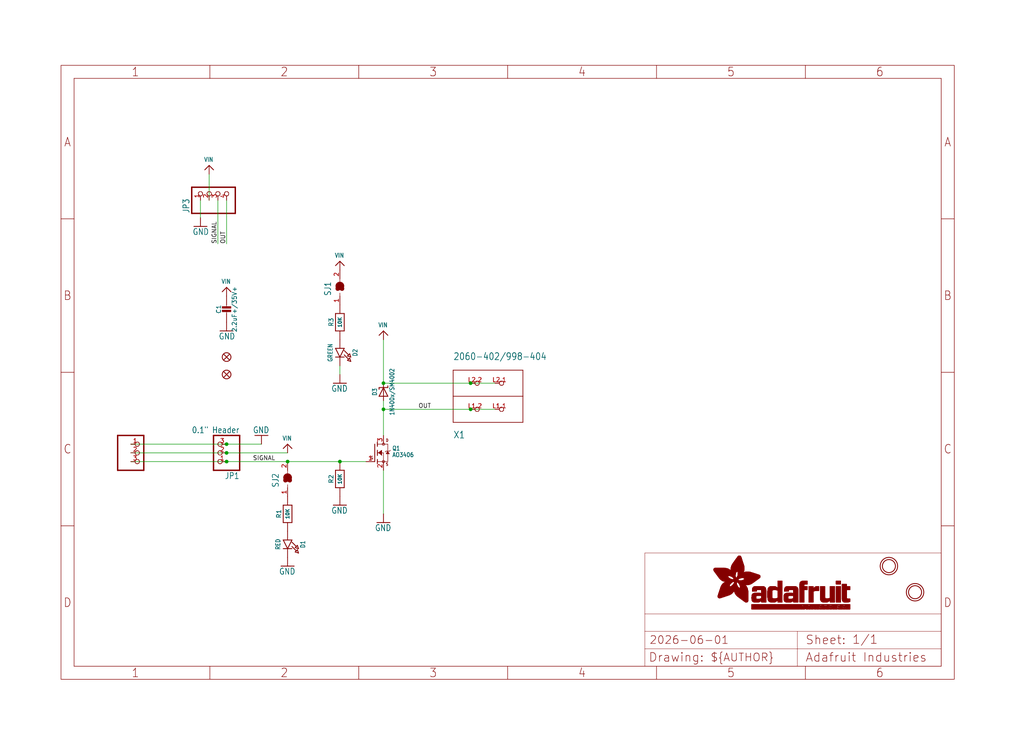
<source format=kicad_sch>
(kicad_sch (version 20230121) (generator eeschema)
  (paper "User" 298.45 217.322)
  (lib_symbols
    (symbol "working-eagle-import:2060-402/998-404"
      (property "Reference" "X" (at -10.16 10.16 0))
      (symbol "2060-402/998-404_1_0"
        (pin bidirectional inverted (at 2.032 3.81 0) (length 2.54) (name "P1.1") (number "L1.1"))
        (pin bidirectional inverted (at -5.08 3.81 0) (length 2.54) (name "P1.2") (number "L1.2"))
        (pin bidirectional inverted (at 2.032 -3.81 0) (length 2.54) (name "P2.1") (number "L2.1"))
        (pin bidirectional inverted (at -5.08 -3.81 0) (length 2.54) (name "P2.2") (number "L2.2"))
      )
    )
    (symbol "working-eagle-import:CAP_CERAMIC0805-NOOUTLINE"
      (property "Reference" "C" (at -2.29 1.25 90))
      (symbol "CAP_CERAMIC0805-NOOUTLINE_1_0"
        (pin passive line (at 0 5.08 270) (length 2.54) (name "1") (number "1"))
        (pin passive line (at 0 -2.54 90) (length 2.54) (name "2") (number "2"))
      )
    )
    (symbol "working-eagle-import:CON_JST_PH_3PIN"
      (symbol "CON_JST_PH_3PIN_1_0"
        (pin passive inverted (at -2.54 2.54 0) (length 2.54) (name "1") (number "1"))
        (pin passive inverted (at -2.54 0 0) (length 2.54) (name "2") (number "2"))
        (pin passive inverted (at -2.54 -2.54 0) (length 2.54) (name "3") (number "3"))
      )
      (symbol "CON_JST_PH_3PIN_2_0"
        (pin bidirectional line (at 0 0 0) (length 5.08) (name "MT") (number "NC1"))
      )
      (symbol "CON_JST_PH_3PIN_3_0"
        (pin bidirectional line (at 0 0 0) (length 5.08) (name "MT") (number "NC2"))
      )
    )
    (symbol "working-eagle-import:DIODE-SCHOTTKYSOD-123"
      (property "Reference" "D" (at 0 2.54 0))
      (symbol "DIODE-SCHOTTKYSOD-123_1_0"
        (pin passive line (at -2.54 0 0) (length 2.54) (name "A") (number "A"))
        (pin passive line (at 2.54 0 180) (length 2.54) (name "C") (number "C"))
      )
    )
    (symbol "working-eagle-import:FIDUCIAL_1MM")
    (symbol "working-eagle-import:FRAME_A4_ADAFRUIT"
      (symbol "FRAME_A4_ADAFRUIT_1_0"
        (text "${#}/${##}" (at 230.505 10.16 0) (effects (font (size 2.54 2.54)) (justify left bottom)))
        (text "${AUTHOR}" (at 189.23 5.08 0) (effects (font (size 2.286 2.286)) (justify left bottom)))
        (text "${CURRENT_DATE}" (at 171.45 10.16 0) (effects (font (size 2.286 2.286)) (justify left bottom)))
        (text "${PROJECTNAME}" (at 171.45 15.24 0) (effects (font (size 2.54 2.54)) (justify left bottom)))
        (text "1" (at 21.6958 1.905 0) (effects (font (size 2.54 2.286))))
        (text "1" (at 21.6958 177.165 0) (effects (font (size 2.54 2.286))))
        (text "2" (at 65.0875 1.905 0) (effects (font (size 2.54 2.286))))
        (text "2" (at 65.0875 177.165 0) (effects (font (size 2.54 2.286))))
        (text "3" (at 108.4792 1.905 0) (effects (font (size 2.54 2.286))))
        (text "3" (at 108.4792 177.165 0) (effects (font (size 2.54 2.286))))
        (text "4" (at 151.8708 1.905 0) (effects (font (size 2.54 2.286))))
        (text "4" (at 151.8708 177.165 0) (effects (font (size 2.54 2.286))))
        (text "5" (at 195.2625 1.905 0) (effects (font (size 2.54 2.286))))
        (text "5" (at 195.2625 177.165 0) (effects (font (size 2.54 2.286))))
        (text "6" (at 238.6542 1.905 0) (effects (font (size 2.54 2.286))))
        (text "6" (at 238.6542 177.165 0) (effects (font (size 2.54 2.286))))
        (text "A" (at 1.905 156.6863 0) (effects (font (size 2.54 2.286))))
        (text "A" (at 258.445 156.6863 0) (effects (font (size 2.54 2.286))))
        (text "Adafruit Industries" (at 216.916 4.953 0) (effects (font (size 2.54 2.54)) (justify left bottom)))
        (text "B" (at 1.905 111.9188 0) (effects (font (size 2.54 2.286))))
        (text "B" (at 258.445 111.9188 0) (effects (font (size 2.54 2.286))))
        (text "C" (at 1.905 67.1513 0) (effects (font (size 2.54 2.286))))
        (text "C" (at 258.445 67.1513 0) (effects (font (size 2.54 2.286))))
        (text "D" (at 1.905 22.3838 0) (effects (font (size 2.54 2.286))))
        (text "D" (at 258.445 22.3838 0) (effects (font (size 2.54 2.286))))
        (text "Drawing:" (at 171.196 4.953 0) (effects (font (size 2.54 2.54)) (justify left bottom)))
        (text "Sheet:" (at 216.916 10.033 0) (effects (font (size 2.54 2.54)) (justify left bottom)))
      )
    )
    (symbol "working-eagle-import:GND" (power)
      (property "Value" "GND" (at -2.54 -2.54 0))
      (symbol "GND_1_0"
        (pin power_in line (at 0 2.54 270) (length 2.54) (name "GND") (number "1"))
      )
    )
    (symbol "working-eagle-import:HEADER-1X3"
      (property "Reference" "JP" (at -6.35 5.715 0))
      (symbol "HEADER-1X3_1_0"
        (pin passive inverted (at -2.54 2.54 0) (length 2.54) (name "1") (number "1"))
        (pin passive inverted (at -2.54 0 0) (length 2.54) (name "2") (number "2"))
        (pin passive inverted (at -2.54 -2.54 0) (length 2.54) (name "3") (number "3"))
      )
    )
    (symbol "working-eagle-import:HEADER-1X4ROUND"
      (property "Reference" "JP" (at -6.35 8.255 0))
      (symbol "HEADER-1X4ROUND_1_0"
        (pin passive inverted (at -2.54 5.08 0) (length 2.54) (name "1") (number "1"))
        (pin passive inverted (at -2.54 2.54 0) (length 2.54) (name "2") (number "2"))
        (pin passive inverted (at -2.54 0 0) (length 2.54) (name "3") (number "3"))
        (pin passive inverted (at -2.54 -2.54 0) (length 2.54) (name "4") (number "4"))
      )
    )
    (symbol "working-eagle-import:LED0603_NOOUTLINE"
      (property "Reference" "D" (at -1.27 4.445 0))
      (symbol "LED0603_NOOUTLINE_1_0"
        (pin passive line (at -5.08 0 0) (length 2.54) (name "A") (number "A"))
        (pin passive line (at 2.54 0 180) (length 2.54) (name "C") (number "C"))
      )
    )
    (symbol "working-eagle-import:MOSFET-NWIDE"
      (property "Reference" "Q" (at 5.08 0.635 0))
      (symbol "MOSFET-NWIDE_1_0"
        (text "D" (at 3.175 3.175 0) (effects (font (size 0.8128 0.6908)) (justify left bottom)))
        (text "G" (at -1.27 -1.905 0) (effects (font (size 0.8128 0.6908)) (justify left bottom)))
        (text "S" (at 3.175 -3.81 0) (effects (font (size 0.8128 0.6908)) (justify left bottom)))
        (pin bidirectional line (at -2.54 -2.54 0) (length 2.54) (name "G") (number "1"))
        (pin bidirectional line (at 2.54 -5.08 90) (length 2.54) (name "S") (number "2"))
        (pin bidirectional line (at 2.54 5.08 270) (length 2.54) (name "D") (number "3"))
      )
    )
    (symbol "working-eagle-import:MOUNTINGHOLE2.5")
    (symbol "working-eagle-import:RESISTOR_0603_NOOUT"
      (property "Reference" "R" (at 0 2.54 0))
      (symbol "RESISTOR_0603_NOOUT_1_0"
        (pin passive line (at -5.08 0 0) (length 2.54) (name "1") (number "1"))
        (pin passive line (at 5.08 0 180) (length 2.54) (name "2") (number "2"))
      )
    )
    (symbol "working-eagle-import:SOLDERJUMPER_CLOSED"
      (property "Reference" "SJ" (at -2.54 2.54 0))
      (symbol "SOLDERJUMPER_CLOSED_1_0"
        (pin passive line (at -5.08 0 0) (length 2.54) (name "1") (number "1"))
        (pin passive line (at 5.08 0 180) (length 2.54) (name "2") (number "2"))
      )
    )
    (symbol "working-eagle-import:VIN" (power)
      (property "Value" "VIN" (at -1.524 1.016 0))
      (symbol "VIN_1_0"
        (pin power_in line (at 0 -2.54 90) (length 2.54) (name "VIN") (number "1"))
      )
    )
  )
  (junction (at 99.06 134.62))
  (junction (at 111.76 119.38))
  (junction (at 137.16 111.76))
  (junction (at 66.04 129.54))
  (junction (at 66.04 132.08))
  (junction (at 83.82 134.62))
  (junction (at 111.76 111.76))
  (junction (at 66.04 134.62))
  (junction (at 137.16 119.38))
  (wire (pts (xy 111.76 119.38) (xy 111.76 127)) (stroke (width 0.1524)))
  (wire (pts (xy 83.82 132.08) (xy 66.04 132.08)) (stroke (width 0.1524)))
  (wire (pts (xy 66.04 58.42) (xy 66.04 71.12)) (stroke (width 0.1524)))
  (wire (pts (xy 137.16 111.76) (xy 111.76 111.76)) (stroke (width 0.1524)))
  (wire (pts (xy 76.2 129.54) (xy 66.04 129.54)) (stroke (width 0.1524)))
  (wire (pts (xy 66.04 134.62) (xy 83.82 134.62)) (stroke (width 0.1524)))
  (wire (pts (xy 99.06 109.22) (xy 99.06 106.68)) (stroke (width 0.1524)))
  (wire (pts (xy 66.04 132.08) (xy 38.1 132.08)) (stroke (width 0.1524)))
  (wire (pts (xy 111.76 119.38) (xy 137.16 119.38)) (stroke (width 0.1524)))
  (wire (pts (xy 111.76 116.84) (xy 111.76 119.38)) (stroke (width 0.1524)))
  (wire (pts (xy 111.76 111.76) (xy 111.76 99.06)) (stroke (width 0.1524)))
  (wire (pts (xy 144.272 111.76) (xy 137.16 111.76)) (stroke (width 0.1524)))
  (wire (pts (xy 60.96 58.42) (xy 60.96 50.8)) (stroke (width 0.1524)))
  (wire (pts (xy 38.1 134.62) (xy 66.04 134.62)) (stroke (width 0.1524)))
  (wire (pts (xy 58.42 63.5) (xy 58.42 58.42)) (stroke (width 0.1524)))
  (wire (pts (xy 83.82 134.62) (xy 99.06 134.62)) (stroke (width 0.1524)))
  (wire (pts (xy 38.1 129.54) (xy 66.04 129.54)) (stroke (width 0.1524)))
  (wire (pts (xy 63.5 58.42) (xy 63.5 71.12)) (stroke (width 0.1524)))
  (wire (pts (xy 99.06 134.62) (xy 106.68 134.62)) (stroke (width 0.1524)))
  (wire (pts (xy 144.272 119.38) (xy 137.16 119.38)) (stroke (width 0.1524)))
  (wire (pts (xy 111.76 137.16) (xy 111.76 149.86)) (stroke (width 0.1524)))
  (label "OUT" (at 66.04 71.12 90) (effects (font (size 1.2446 1.2446))))
  (label "SIGNAL" (at 73.66 134.62 0) (effects (font (size 1.2446 1.2446))))
  (label "OUT" (at 121.92 119.38 0) (effects (font (size 1.2446 1.2446))))
  (label "SIGNAL" (at 63.5 71.12 90) (effects (font (size 1.2446 1.2446))))
  (symbol (lib_id "working-eagle-import:RESISTOR_0603_NOOUT") (at 99.06 139.7 90) (unit 1)
    (property "Reference" "R2" (at 96.52 139.7 0))
    (property "Value" "10K" (at 99.06 139.7 0) (effects (font (size 1.016 1.016) bold)))
    (property "Footprint" "working:0603-NO" (effects hide))
  )
  (symbol (lib_id "working-eagle-import:HEADER-1X4ROUND") (at 63.5 55.88 90) (unit 1)
    (property "Reference" "JP3" (at 55.245 62.23 0) (effects (font (size 1.778 1.5113)) (justify left bottom)))
    (property "Value" "HEADER-1X4ROUND" (effects hide))
    (property "Footprint" "working:1X04_ROUND" (effects hide))
  )
  (symbol (lib_id "working-eagle-import:MOUNTINGHOLE2.5") (at 259.08 165.1 0) (unit 1)
    (property "Reference" "U$8" (effects hide))
    (property "Value" "MOUNTINGHOLE2.5" (effects hide))
    (property "Footprint" "working:MOUNTINGHOLE_2.5_PLATED" (effects hide))
  )
  (symbol (lib_id "working-eagle-import:VIN") (at 60.96 48.26 0) (unit 1)
    (property "Reference" "#U$10" (effects hide))
    (property "Value" "VIN" (at 59.436 47.244 0) (effects (font (size 1.27 1.0795)) (justify left bottom)))
  )
  (symbol (lib_id "working-eagle-import:VIN") (at 99.06 76.2 0) (unit 1)
    (property "Reference" "#U$2" (effects hide))
    (property "Value" "VIN" (at 97.536 75.184 0) (effects (font (size 1.27 1.0795)) (justify left bottom)))
  )
  (symbol (lib_id "working-eagle-import:GND") (at 83.82 165.1 0) (unit 1)
    (property "Reference" "#GND5" (effects hide))
    (property "Value" "GND" (at 81.28 167.64 0) (effects (font (size 1.778 1.5113)) (justify left bottom)))
  )
  (symbol (lib_id "working-eagle-import:FIDUCIAL_1MM") (at 66.04 109.22 0) (unit 1)
    (property "Reference" "FID2" (effects hide))
    (property "Value" "FIDUCIAL_1MM" (effects hide))
    (property "Footprint" "working:FIDUCIAL_1MM" (effects hide))
  )
  (symbol (lib_id "working-eagle-import:LED0603_NOOUTLINE") (at 83.82 160.02 270) (unit 1)
    (property "Reference" "D1" (at 88.265 158.75 0) (effects (font (size 1.27 1.0795))))
    (property "Value" "RED" (at 81.026 158.75 0) (effects (font (size 1.27 1.0795))))
    (property "Footprint" "working:CHIPLED_0603_NOOUTLINE" (effects hide))
  )
  (symbol (lib_id "working-eagle-import:VIN") (at 66.04 83.82 0) (unit 1)
    (property "Reference" "#U$11" (effects hide))
    (property "Value" "VIN" (at 64.516 82.804 0) (effects (font (size 1.27 1.0795)) (justify left bottom)))
  )
  (symbol (lib_id "working-eagle-import:SOLDERJUMPER_CLOSED") (at 83.82 139.7 90) (unit 1)
    (property "Reference" "SJ2" (at 81.28 142.24 0) (effects (font (size 1.778 1.5113)) (justify left bottom)))
    (property "Value" "SOLDERJUMPER_CLOSED" (effects hide))
    (property "Footprint" "working:SOLDERJUMPER_CLOSEDWIRE" (effects hide))
  )
  (symbol (lib_id "working-eagle-import:CAP_CERAMIC0805-NOOUTLINE") (at 66.04 91.44 0) (unit 1)
    (property "Reference" "C1" (at 63.75 90.19 90))
    (property "Value" "2.2uF+/35V+" (at 68.34 90.19 90))
    (property "Footprint" "working:0805-NO" (effects hide))
  )
  (symbol (lib_id "working-eagle-import:FRAME_A4_ADAFRUIT") (at 17.78 198.12 0) (unit 1)
    (property "Reference" "#U$4" (effects hide))
    (property "Value" "FRAME_A4_ADAFRUIT" (effects hide))
  )
  (symbol (lib_id "working-eagle-import:SOLDERJUMPER_CLOSED") (at 99.06 83.82 90) (unit 1)
    (property "Reference" "SJ1" (at 96.52 86.36 0) (effects (font (size 1.778 1.5113)) (justify left bottom)))
    (property "Value" "SOLDERJUMPER_CLOSED" (effects hide))
    (property "Footprint" "working:SOLDERJUMPER_CLOSEDWIRE" (effects hide))
  )
  (symbol (lib_id "working-eagle-import:GND") (at 99.06 111.76 0) (unit 1)
    (property "Reference" "#GND4" (effects hide))
    (property "Value" "GND" (at 96.52 114.3 0) (effects (font (size 1.778 1.5113)) (justify left bottom)))
  )
  (symbol (lib_id "working-eagle-import:VIN") (at 111.76 96.52 0) (unit 1)
    (property "Reference" "#U$7" (effects hide))
    (property "Value" "VIN" (at 110.236 95.504 0) (effects (font (size 1.27 1.0795)) (justify left bottom)))
  )
  (symbol (lib_id "working-eagle-import:RESISTOR_0603_NOOUT") (at 99.06 93.98 90) (unit 1)
    (property "Reference" "R3" (at 96.52 93.98 0))
    (property "Value" "10K" (at 99.06 93.98 0) (effects (font (size 1.016 1.016) bold)))
    (property "Footprint" "working:0603-NO" (effects hide))
  )
  (symbol (lib_id "working-eagle-import:MOUNTINGHOLE2.5") (at 266.7 172.72 0) (unit 1)
    (property "Reference" "U$1" (effects hide))
    (property "Value" "MOUNTINGHOLE2.5" (effects hide))
    (property "Footprint" "working:MOUNTINGHOLE_2.5_PLATED" (effects hide))
  )
  (symbol (lib_id "working-eagle-import:MOSFET-NWIDE") (at 109.22 132.08 0) (unit 1)
    (property "Reference" "Q1" (at 114.3 131.445 0) (effects (font (size 1.27 1.0795)) (justify left bottom)))
    (property "Value" "AO3406" (at 114.3 133.35 0) (effects (font (size 1.27 1.0795)) (justify left bottom)))
    (property "Footprint" "working:SOT23-WIDE" (effects hide))
  )
  (symbol (lib_id "working-eagle-import:LED0603_NOOUTLINE") (at 99.06 104.14 270) (unit 1)
    (property "Reference" "D2" (at 103.505 102.87 0) (effects (font (size 1.27 1.0795))))
    (property "Value" "GREEN" (at 96.266 102.87 0) (effects (font (size 1.27 1.0795))))
    (property "Footprint" "working:CHIPLED_0603_NOOUTLINE" (effects hide))
  )
  (symbol (lib_id "working-eagle-import:GND") (at 99.06 147.32 0) (unit 1)
    (property "Reference" "#GND6" (effects hide))
    (property "Value" "GND" (at 96.52 149.86 0) (effects (font (size 1.778 1.5113)) (justify left bottom)))
  )
  (symbol (lib_id "working-eagle-import:CON_JST_PH_3PIN") (at 40.64 132.08 0) (unit 1)
    (property "Reference" "X4" (effects hide))
    (property "Value" "JST PH 3" (effects hide))
    (property "Footprint" "working:JSTPH3" (effects hide))
  )
  (symbol (lib_id "working-eagle-import:HEADER-1X3") (at 63.5 132.08 180) (unit 1)
    (property "Reference" "JP1" (at 69.85 137.795 0) (effects (font (size 1.778 1.5113)) (justify left bottom)))
    (property "Value" "0.1\" Header" (at 69.85 124.46 0) (effects (font (size 1.778 1.5113)) (justify left bottom)))
    (property "Footprint" "working:1X03_OVAL" (effects hide))
  )
  (symbol (lib_id "working-eagle-import:GND") (at 76.2 127 0) (mirror x) (unit 1)
    (property "Reference" "#GND3" (effects hide))
    (property "Value" "GND" (at 73.66 124.46 0) (effects (font (size 1.778 1.5113)) (justify left bottom)))
  )
  (symbol (lib_id "working-eagle-import:2060-402/998-404") (at 142.24 115.57 0) (mirror x) (unit 1)
    (property "Reference" "X1" (at 132.08 125.73 0) (effects (font (size 2 1.7)) (justify left bottom)))
    (property "Value" "2060-402/998-404" (at 132.08 102.87 0) (effects (font (size 2 1.7)) (justify left bottom)))
    (property "Footprint" "working:P-2060-402_998-404" (effects hide))
  )
  (symbol (lib_id "working-eagle-import:VIN") (at 83.82 129.54 0) (unit 1)
    (property "Reference" "#U$6" (effects hide))
    (property "Value" "VIN" (at 82.296 128.524 0) (effects (font (size 1.27 1.0795)) (justify left bottom)))
  )
  (symbol (lib_id "working-eagle-import:GND") (at 58.42 66.04 0) (mirror y) (unit 1)
    (property "Reference" "#GND7" (effects hide))
    (property "Value" "GND" (at 60.96 68.58 0) (effects (font (size 1.778 1.5113)) (justify left bottom)))
  )
  (symbol (lib_id "working-eagle-import:FIDUCIAL_1MM") (at 66.04 104.14 0) (unit 1)
    (property "Reference" "FID3" (effects hide))
    (property "Value" "FIDUCIAL_1MM" (effects hide))
    (property "Footprint" "working:FIDUCIAL_1MM" (effects hide))
  )
  (symbol (lib_id "working-eagle-import:RESISTOR_0603_NOOUT") (at 83.82 149.86 90) (unit 1)
    (property "Reference" "R1" (at 81.28 149.86 0))
    (property "Value" "10K" (at 83.82 149.86 0) (effects (font (size 1.016 1.016) bold)))
    (property "Footprint" "working:0603-NO" (effects hide))
  )
  (symbol (lib_id "working-eagle-import:DIODE-SCHOTTKYSOD-123") (at 111.76 114.3 90) (unit 1)
    (property "Reference" "D3" (at 109.22 114.3 0) (effects (font (size 1.27 1.0795))))
    (property "Value" "1N400x/SM4002" (at 114.26 114.3 0) (effects (font (size 1.27 1.0795))))
    (property "Footprint" "working:SOD-123" (effects hide))
  )
  (symbol (lib_id "working-eagle-import:GND") (at 66.04 96.52 0) (mirror y) (unit 1)
    (property "Reference" "#GND2" (effects hide))
    (property "Value" "GND" (at 68.58 99.06 0) (effects (font (size 1.778 1.5113)) (justify left bottom)))
  )
  (symbol (lib_id "working-eagle-import:GND") (at 111.76 152.4 0) (unit 1)
    (property "Reference" "#GND1" (effects hide))
    (property "Value" "GND" (at 109.22 154.94 0) (effects (font (size 1.778 1.5113)) (justify left bottom)))
  )
)
</source>
